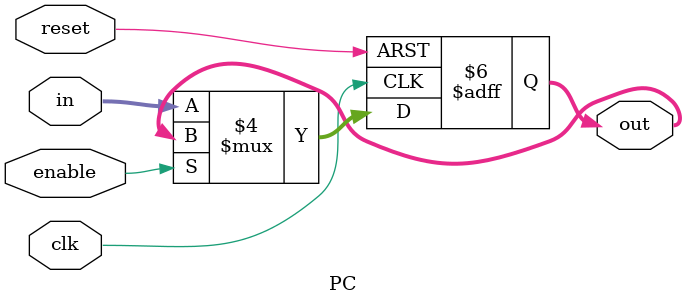
<source format=v>
/*
* Module: Program Counter
* File Name: PC.v
* Description: Unit updated at the rising edge of the clock. Contains the address of the instruction to execute. 
* Author: Mohamed Elshafie
*/
module PC(
/************************ Input Ports ************************/
input wire [31:0] in,
input wire reset,clk,enable,

/************************ Output Ports ************************/
output reg [31:0] out
);

/************************ Code Start ************************/
always @ (posedge clk or negedge reset)begin

// if(!reset) out <= 32'd0; //check if reset signal is active low
// else if(enable) out <= in; //check if enable signal is active high
// else out <= 32'd0; //PC is not enabled

if(!reset) out <= 32'd0;
else if(!enable) out <= in;


end

endmodule


</source>
